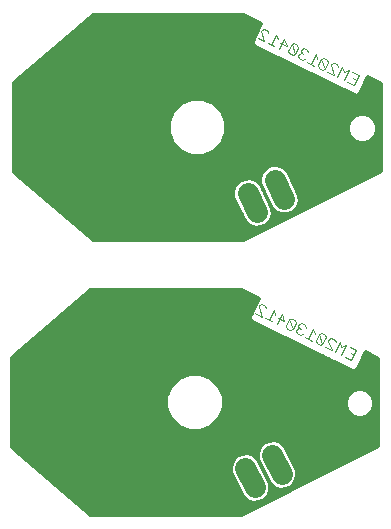
<source format=gbl>
G75*
G70*
%OFA0B0*%
%FSLAX24Y24*%
%IPPOS*%
%LPD*%
%AMOC8*
5,1,8,0,0,1.08239X$1,22.5*
%
%ADD10C,0.0030*%
%ADD11C,0.0298*%
%ADD12C,0.0338*%
%ADD13C,0.0709*%
%ADD14C,0.0100*%
%ADD15C,0.0396*%
D10*
X009786Y008476D02*
X010008Y008368D01*
X009894Y008698D01*
X009921Y008754D01*
X010004Y008782D01*
X010115Y008728D01*
X010143Y008646D01*
X010390Y008594D02*
X010228Y008261D01*
X010339Y008207D02*
X010117Y008315D01*
X010447Y008429D02*
X010390Y008594D01*
X010529Y008320D02*
X010751Y008212D01*
X010666Y008459D01*
X010504Y008126D01*
X010806Y008047D02*
X010835Y007965D01*
X010946Y007911D01*
X011028Y007939D01*
X010914Y008269D01*
X010806Y008047D01*
X010914Y008269D02*
X010997Y008298D01*
X011108Y008244D01*
X011136Y008161D01*
X011028Y007939D01*
X011137Y007886D02*
X011166Y007803D01*
X011277Y007749D01*
X011359Y007778D01*
X011441Y007669D02*
X011663Y007561D01*
X011552Y007615D02*
X011715Y007948D01*
X011771Y007783D01*
X011908Y007785D02*
X011799Y007563D01*
X011828Y007481D01*
X011939Y007426D01*
X012021Y007455D01*
X011908Y007785D01*
X011990Y007813D01*
X012101Y007759D01*
X012129Y007677D01*
X012021Y007455D01*
X012103Y007346D02*
X012325Y007238D01*
X012212Y007568D01*
X012239Y007624D01*
X012321Y007652D01*
X012432Y007598D01*
X012460Y007515D01*
X012597Y007518D02*
X012434Y007185D01*
X012656Y007076D02*
X012819Y007409D01*
X012654Y007352D01*
X012597Y007518D01*
X012928Y007356D02*
X013150Y007248D01*
X012987Y006915D01*
X012765Y007023D01*
X012957Y007136D02*
X013068Y007081D01*
X011467Y008000D02*
X011439Y008082D01*
X011328Y008136D01*
X011245Y008108D01*
X011218Y008052D01*
X011247Y007970D01*
X011164Y007941D01*
X011137Y007886D01*
X011247Y007970D02*
X011302Y007943D01*
X013066Y016088D02*
X012844Y016196D01*
X012735Y016250D02*
X012897Y016583D01*
X012732Y016526D01*
X012675Y016691D01*
X012513Y016358D01*
X012404Y016411D02*
X012290Y016741D01*
X012317Y016797D01*
X012400Y016825D01*
X012511Y016771D01*
X012539Y016689D01*
X012404Y016411D02*
X012182Y016519D01*
X012100Y016628D02*
X011986Y016958D01*
X011878Y016736D01*
X011906Y016654D01*
X012017Y016600D01*
X012100Y016628D01*
X012208Y016850D01*
X012180Y016933D01*
X012069Y016987D01*
X011986Y016958D01*
X011850Y016956D02*
X011793Y017121D01*
X011631Y016788D01*
X011742Y016734D02*
X011520Y016842D01*
X011438Y016951D02*
X011355Y016923D01*
X011244Y016977D01*
X011216Y017059D01*
X011243Y017115D01*
X011326Y017143D01*
X011381Y017116D01*
X011326Y017143D02*
X011297Y017226D01*
X011324Y017281D01*
X011407Y017310D01*
X011518Y017255D01*
X011546Y017173D01*
X011215Y017334D02*
X011107Y017112D01*
X010993Y017443D01*
X010885Y017221D01*
X010913Y017138D01*
X011024Y017084D01*
X011107Y017112D01*
X011215Y017334D02*
X011187Y017417D01*
X011076Y017471D01*
X010993Y017443D01*
X010830Y017385D02*
X010608Y017493D01*
X010526Y017602D02*
X010469Y017767D01*
X010307Y017434D01*
X010418Y017380D02*
X010196Y017488D01*
X010087Y017541D02*
X009973Y017871D01*
X010000Y017927D01*
X010083Y017955D01*
X010194Y017901D01*
X010222Y017819D01*
X010087Y017541D02*
X009865Y017650D01*
X010582Y017300D02*
X010745Y017632D01*
X010830Y017385D01*
X013006Y016529D02*
X013228Y016421D01*
X013066Y016088D01*
X013147Y016255D02*
X013036Y016309D01*
D11*
X011404Y014694D03*
X006266Y012698D03*
X003482Y014686D03*
X006258Y016682D03*
X006179Y007509D03*
X003404Y005513D03*
X006187Y003525D03*
X011325Y005521D03*
D12*
X010829Y005521D03*
X006187Y004021D03*
X003900Y005513D03*
X006179Y007013D03*
X006266Y013194D03*
X003978Y014686D03*
X006258Y016186D03*
X010908Y014694D03*
D13*
X010431Y012928D02*
X010741Y012291D01*
X009843Y011853D02*
X009532Y012490D01*
X010352Y003755D02*
X010663Y003118D01*
X009764Y002679D02*
X009453Y003316D01*
D14*
X009099Y002938D02*
X002899Y002938D01*
X002784Y003037D02*
X009051Y003037D01*
X009003Y003135D02*
X002669Y003135D01*
X002554Y003234D02*
X008973Y003234D01*
X008976Y003191D02*
X008964Y003383D01*
X009027Y003565D01*
X009154Y003709D01*
X009328Y003794D01*
X009520Y003806D01*
X009702Y003743D01*
X009846Y003615D01*
X010241Y002805D01*
X010253Y002613D01*
X010190Y002431D01*
X010063Y002286D01*
X009890Y002202D01*
X009697Y002190D01*
X009515Y002253D01*
X009371Y002380D01*
X008976Y003191D01*
X008967Y003332D02*
X002440Y003332D01*
X002325Y003431D02*
X008980Y003431D01*
X009014Y003529D02*
X002210Y003529D01*
X002095Y003628D02*
X009082Y003628D01*
X009188Y003726D02*
X001980Y003726D01*
X001865Y003825D02*
X009864Y003825D01*
X009863Y003821D02*
X009874Y003629D01*
X010270Y002819D01*
X010414Y002691D01*
X010596Y002628D01*
X010788Y002640D01*
X010962Y002725D01*
X011089Y002869D01*
X011152Y003051D01*
X011140Y003243D01*
X010745Y004054D01*
X010601Y004181D01*
X010419Y004244D01*
X010226Y004232D01*
X010053Y004148D01*
X009925Y004003D01*
X009863Y003821D01*
X009869Y003726D02*
X009721Y003726D01*
X009832Y003628D02*
X009875Y003628D01*
X009888Y003529D02*
X009923Y003529D01*
X009936Y003431D02*
X009971Y003431D01*
X009984Y003332D02*
X010019Y003332D01*
X010032Y003234D02*
X010067Y003234D01*
X010081Y003135D02*
X010115Y003135D01*
X010129Y003037D02*
X010163Y003037D01*
X010177Y002938D02*
X010211Y002938D01*
X010225Y002840D02*
X010260Y002840D01*
X010245Y002741D02*
X010358Y002741D01*
X010251Y002643D02*
X010555Y002643D01*
X010672Y002446D02*
X010196Y002446D01*
X010230Y002544D02*
X010869Y002544D01*
X010793Y002643D02*
X011066Y002643D01*
X010976Y002741D02*
X011263Y002741D01*
X011460Y002840D02*
X011063Y002840D01*
X011113Y002938D02*
X011657Y002938D01*
X011854Y003037D02*
X011147Y003037D01*
X011147Y003135D02*
X012051Y003135D01*
X012248Y003234D02*
X011141Y003234D01*
X011097Y003332D02*
X012445Y003332D01*
X012642Y003431D02*
X011049Y003431D01*
X011001Y003529D02*
X012839Y003529D01*
X013036Y003628D02*
X010953Y003628D01*
X010905Y003726D02*
X013233Y003726D01*
X013430Y003825D02*
X010857Y003825D01*
X010809Y003923D02*
X013627Y003923D01*
X013824Y004022D02*
X010761Y004022D01*
X010670Y004120D02*
X013882Y004120D01*
X013882Y004050D02*
X009291Y001755D01*
X004279Y001755D01*
X001634Y004023D01*
X001634Y007011D01*
X004279Y009279D01*
X009291Y009279D01*
X009909Y008970D01*
X009622Y008382D01*
X009617Y008366D01*
X009613Y008349D01*
X009612Y008332D01*
X009614Y008315D01*
X009617Y008298D01*
X009623Y008282D01*
X009630Y008267D01*
X009640Y008253D01*
X009651Y008240D01*
X009664Y008229D01*
X009678Y008219D01*
X013006Y006596D01*
X013022Y006591D01*
X013039Y006587D01*
X013056Y006586D01*
X013073Y006588D01*
X013090Y006591D01*
X013106Y006597D01*
X013121Y006604D01*
X013135Y006614D01*
X013148Y006625D01*
X013159Y006638D01*
X013169Y006652D01*
X013439Y007205D01*
X013882Y006984D01*
X013882Y004050D01*
X013882Y004219D02*
X010493Y004219D01*
X010198Y004219D02*
X001634Y004219D01*
X001634Y004317D02*
X013882Y004317D01*
X013882Y004416D02*
X001634Y004416D01*
X001634Y004514D02*
X013882Y004514D01*
X013882Y004613D02*
X008024Y004613D01*
X007944Y004580D02*
X008289Y004722D01*
X008553Y004986D01*
X008695Y005331D01*
X008695Y005703D01*
X008553Y006048D01*
X008289Y006312D01*
X007944Y006454D01*
X007571Y006454D01*
X007227Y006312D01*
X006963Y006048D01*
X006821Y005703D01*
X006821Y005331D01*
X006963Y004986D01*
X007227Y004722D01*
X007571Y004580D01*
X007944Y004580D01*
X008262Y004711D02*
X013882Y004711D01*
X013882Y004810D02*
X008376Y004810D01*
X008475Y004908D02*
X013882Y004908D01*
X013882Y005007D02*
X008561Y005007D01*
X008602Y005105D02*
X012980Y005105D01*
X012997Y005088D02*
X013167Y005018D01*
X013351Y005018D01*
X013521Y005088D01*
X013651Y005218D01*
X013721Y005388D01*
X013721Y005572D01*
X013651Y005742D01*
X013521Y005872D01*
X013351Y005942D01*
X013167Y005942D01*
X012997Y005872D01*
X012867Y005742D01*
X012796Y005572D01*
X012796Y005388D01*
X012867Y005218D01*
X012997Y005088D01*
X012881Y005204D02*
X008643Y005204D01*
X008684Y005302D02*
X012832Y005302D01*
X012796Y005401D02*
X008695Y005401D01*
X008695Y005499D02*
X012796Y005499D01*
X012807Y005598D02*
X008695Y005598D01*
X008695Y005696D02*
X012848Y005696D01*
X012919Y005795D02*
X008658Y005795D01*
X008617Y005893D02*
X013047Y005893D01*
X013470Y005893D02*
X013882Y005893D01*
X013882Y005795D02*
X013598Y005795D01*
X013670Y005696D02*
X013882Y005696D01*
X013882Y005598D02*
X013711Y005598D01*
X013721Y005499D02*
X013882Y005499D01*
X013882Y005401D02*
X013721Y005401D01*
X013686Y005302D02*
X013882Y005302D01*
X013882Y005204D02*
X013636Y005204D01*
X013538Y005105D02*
X013882Y005105D01*
X013882Y005992D02*
X008576Y005992D01*
X008511Y006090D02*
X013882Y006090D01*
X013882Y006189D02*
X008412Y006189D01*
X008314Y006287D02*
X013882Y006287D01*
X013882Y006386D02*
X008111Y006386D01*
X007405Y006386D02*
X001634Y006386D01*
X001634Y006484D02*
X013882Y006484D01*
X013882Y006583D02*
X001634Y006583D01*
X001634Y006681D02*
X012832Y006681D01*
X012630Y006780D02*
X001634Y006780D01*
X001634Y006878D02*
X012428Y006878D01*
X012226Y006977D02*
X001634Y006977D01*
X001708Y007075D02*
X012024Y007075D01*
X011822Y007174D02*
X001823Y007174D01*
X001938Y007272D02*
X011620Y007272D01*
X011418Y007371D02*
X002053Y007371D01*
X002168Y007469D02*
X011216Y007469D01*
X011015Y007568D02*
X002283Y007568D01*
X002398Y007666D02*
X010813Y007666D01*
X010611Y007765D02*
X002512Y007765D01*
X002627Y007863D02*
X010409Y007863D01*
X010207Y007962D02*
X002742Y007962D01*
X002857Y008060D02*
X010005Y008060D01*
X009803Y008159D02*
X002972Y008159D01*
X003087Y008257D02*
X009637Y008257D01*
X009615Y008356D02*
X003202Y008356D01*
X003317Y008454D02*
X009657Y008454D01*
X009705Y008553D02*
X003432Y008553D01*
X003547Y008651D02*
X009753Y008651D01*
X009801Y008750D02*
X003662Y008750D01*
X003777Y008848D02*
X009850Y008848D01*
X009898Y008947D02*
X003891Y008947D01*
X004006Y009045D02*
X009759Y009045D01*
X009562Y009144D02*
X004121Y009144D01*
X004236Y009242D02*
X009365Y009242D01*
X009370Y010928D02*
X004358Y010928D01*
X001712Y013196D01*
X001712Y016185D01*
X004358Y018452D01*
X009370Y018452D01*
X009988Y018143D01*
X009701Y017555D01*
X009695Y017539D01*
X009692Y017522D01*
X009691Y017505D01*
X009692Y017488D01*
X009696Y017471D01*
X009701Y017455D01*
X009709Y017440D01*
X009718Y017426D01*
X009730Y017413D01*
X009743Y017402D01*
X009757Y017393D01*
X013085Y015769D01*
X013101Y015764D01*
X013118Y015761D01*
X013135Y015760D01*
X013152Y015761D01*
X013169Y015764D01*
X013185Y015770D01*
X013200Y015777D01*
X013214Y015787D01*
X013227Y015798D01*
X013238Y015811D01*
X013247Y015825D01*
X013517Y016379D01*
X013961Y016157D01*
X013961Y013224D01*
X009370Y010928D01*
X009544Y011015D02*
X004257Y011015D01*
X004142Y011114D02*
X009741Y011114D01*
X009938Y011212D02*
X004027Y011212D01*
X003912Y011311D02*
X010135Y011311D01*
X010038Y011409D02*
X010332Y011409D01*
X010184Y011508D02*
X010529Y011508D01*
X010726Y011606D02*
X010270Y011606D01*
X010269Y011604D02*
X010332Y011786D01*
X010320Y011978D01*
X009925Y012788D01*
X009960Y012788D01*
X009953Y012802D02*
X009941Y012994D01*
X010004Y013177D01*
X010132Y013321D01*
X010305Y013405D01*
X010497Y013417D01*
X010680Y013354D01*
X010824Y013227D01*
X011219Y012417D01*
X011231Y012224D01*
X011168Y012042D01*
X011040Y011898D01*
X010867Y011813D01*
X010675Y011802D01*
X010493Y011864D01*
X010348Y011992D01*
X009953Y012802D01*
X009925Y012788D02*
X009781Y012916D01*
X009599Y012979D01*
X009406Y012967D01*
X009233Y012883D01*
X009105Y012738D01*
X009043Y012556D01*
X009054Y012364D01*
X009450Y011554D01*
X009594Y011426D01*
X009776Y011363D01*
X009968Y011375D01*
X010142Y011459D01*
X010269Y011604D01*
X010304Y011705D02*
X010923Y011705D01*
X011120Y011803D02*
X010697Y011803D01*
X010671Y011803D02*
X010331Y011803D01*
X010325Y011902D02*
X010451Y011902D01*
X010344Y012000D02*
X010310Y012000D01*
X010296Y012099D02*
X010262Y012099D01*
X010248Y012197D02*
X010213Y012197D01*
X010200Y012296D02*
X010165Y012296D01*
X010152Y012394D02*
X010117Y012394D01*
X010104Y012493D02*
X010069Y012493D01*
X010056Y012591D02*
X010021Y012591D01*
X010008Y012690D02*
X009973Y012690D01*
X009948Y012887D02*
X009814Y012887D01*
X009942Y012985D02*
X001959Y012985D01*
X002073Y012887D02*
X009241Y012887D01*
X009149Y012788D02*
X002188Y012788D01*
X002303Y012690D02*
X009089Y012690D01*
X009055Y012591D02*
X002418Y012591D01*
X002533Y012493D02*
X009047Y012493D01*
X009053Y012394D02*
X002648Y012394D01*
X002763Y012296D02*
X009088Y012296D01*
X009136Y012197D02*
X002878Y012197D01*
X002993Y012099D02*
X009184Y012099D01*
X009232Y012000D02*
X003108Y012000D01*
X003223Y011902D02*
X009280Y011902D01*
X009328Y011803D02*
X003338Y011803D01*
X003452Y011705D02*
X009376Y011705D01*
X009424Y011606D02*
X003567Y011606D01*
X003682Y011508D02*
X009502Y011508D01*
X009643Y011409D02*
X003797Y011409D01*
X001844Y013084D02*
X009972Y013084D01*
X010009Y013182D02*
X001729Y013182D01*
X001712Y013281D02*
X010096Y013281D01*
X010251Y013379D02*
X001712Y013379D01*
X001712Y013478D02*
X013961Y013478D01*
X013961Y013576D02*
X001712Y013576D01*
X001712Y013675D02*
X013961Y013675D01*
X013961Y013773D02*
X008072Y013773D01*
X008023Y013753D02*
X008368Y013896D01*
X008631Y014159D01*
X008774Y014504D01*
X008774Y014877D01*
X008631Y015221D01*
X008368Y015485D01*
X008023Y015628D01*
X007650Y015628D01*
X007306Y015485D01*
X007042Y015221D01*
X006899Y014877D01*
X006899Y014504D01*
X007042Y014159D01*
X007306Y013896D01*
X007650Y013753D01*
X008023Y013753D01*
X008310Y013872D02*
X013961Y013872D01*
X013961Y013970D02*
X008442Y013970D01*
X008541Y014069D02*
X013961Y014069D01*
X013961Y014167D02*
X008635Y014167D01*
X008675Y014266D02*
X013071Y014266D01*
X013075Y014261D02*
X013245Y014191D01*
X013429Y014191D01*
X013599Y014261D01*
X013730Y014391D01*
X013800Y014561D01*
X013961Y014561D01*
X013961Y014463D02*
X013759Y014463D01*
X013800Y014561D02*
X013800Y014745D01*
X013730Y014915D01*
X013599Y015045D01*
X013429Y015116D01*
X013245Y015116D01*
X013075Y015045D01*
X012945Y014915D01*
X012875Y014745D01*
X012875Y014561D01*
X008774Y014561D01*
X008774Y014660D02*
X012875Y014660D01*
X012880Y014758D02*
X008774Y014758D01*
X008774Y014857D02*
X012921Y014857D01*
X012985Y014955D02*
X008742Y014955D01*
X008701Y015054D02*
X013095Y015054D01*
X013580Y015054D02*
X013961Y015054D01*
X013961Y015152D02*
X008660Y015152D01*
X008602Y015251D02*
X013961Y015251D01*
X013961Y015349D02*
X008504Y015349D01*
X008405Y015448D02*
X013961Y015448D01*
X013961Y015546D02*
X008220Y015546D01*
X007453Y015546D02*
X001712Y015546D01*
X001712Y015448D02*
X007268Y015448D01*
X007170Y015349D02*
X001712Y015349D01*
X001712Y015251D02*
X007071Y015251D01*
X007013Y015152D02*
X001712Y015152D01*
X001712Y015054D02*
X006973Y015054D01*
X006932Y014955D02*
X001712Y014955D01*
X001712Y014857D02*
X006899Y014857D01*
X006899Y014758D02*
X001712Y014758D01*
X001712Y014660D02*
X006899Y014660D01*
X006899Y014561D02*
X001712Y014561D01*
X001712Y014463D02*
X006916Y014463D01*
X006957Y014364D02*
X001712Y014364D01*
X001712Y014266D02*
X006998Y014266D01*
X007039Y014167D02*
X001712Y014167D01*
X001712Y014069D02*
X007133Y014069D01*
X007231Y013970D02*
X001712Y013970D01*
X001712Y013872D02*
X007364Y013872D01*
X007601Y013773D02*
X001712Y013773D01*
X001712Y015645D02*
X013961Y015645D01*
X013961Y015743D02*
X001712Y015743D01*
X001712Y015842D02*
X012937Y015842D01*
X012735Y015940D02*
X001712Y015940D01*
X001712Y016039D02*
X012533Y016039D01*
X012331Y016137D02*
X001712Y016137D01*
X001772Y016236D02*
X012129Y016236D01*
X011927Y016334D02*
X001887Y016334D01*
X002002Y016433D02*
X011725Y016433D01*
X011523Y016531D02*
X002117Y016531D01*
X002232Y016630D02*
X011321Y016630D01*
X011119Y016728D02*
X002347Y016728D01*
X002461Y016827D02*
X010917Y016827D01*
X010715Y016925D02*
X002576Y016925D01*
X002691Y017024D02*
X010513Y017024D01*
X010311Y017122D02*
X002806Y017122D01*
X002921Y017221D02*
X010110Y017221D01*
X009908Y017319D02*
X003036Y017319D01*
X003151Y017418D02*
X009726Y017418D01*
X009692Y017516D02*
X003266Y017516D01*
X003381Y017615D02*
X009730Y017615D01*
X009778Y017713D02*
X003496Y017713D01*
X003611Y017812D02*
X009826Y017812D01*
X009874Y017910D02*
X003726Y017910D01*
X003840Y018009D02*
X009922Y018009D01*
X009970Y018107D02*
X003955Y018107D01*
X004070Y018206D02*
X009864Y018206D01*
X009667Y018304D02*
X004185Y018304D01*
X004300Y018403D02*
X009470Y018403D01*
X008757Y014463D02*
X012916Y014463D01*
X012945Y014391D02*
X012875Y014561D01*
X012945Y014391D02*
X013075Y014261D01*
X012973Y014364D02*
X008716Y014364D01*
X010608Y013379D02*
X013961Y013379D01*
X013961Y013281D02*
X010763Y013281D01*
X010846Y013182D02*
X013878Y013182D01*
X013681Y013084D02*
X010894Y013084D01*
X010942Y012985D02*
X013484Y012985D01*
X013287Y012887D02*
X010990Y012887D01*
X011038Y012788D02*
X013090Y012788D01*
X012893Y012690D02*
X011086Y012690D01*
X011134Y012591D02*
X012696Y012591D01*
X012499Y012493D02*
X011182Y012493D01*
X011220Y012394D02*
X012302Y012394D01*
X012105Y012296D02*
X011226Y012296D01*
X011221Y012197D02*
X011908Y012197D01*
X011711Y012099D02*
X011187Y012099D01*
X011131Y012000D02*
X011514Y012000D01*
X011317Y011902D02*
X011044Y011902D01*
X013604Y014266D02*
X013961Y014266D01*
X013961Y014364D02*
X013702Y014364D01*
X013800Y014660D02*
X013961Y014660D01*
X013961Y014758D02*
X013795Y014758D01*
X013754Y014857D02*
X013961Y014857D01*
X013961Y014955D02*
X013690Y014955D01*
X013961Y015842D02*
X013255Y015842D01*
X013303Y015940D02*
X013961Y015940D01*
X013961Y016039D02*
X013351Y016039D01*
X013399Y016137D02*
X013961Y016137D01*
X013804Y016236D02*
X013448Y016236D01*
X013496Y016334D02*
X013607Y016334D01*
X013502Y007174D02*
X013423Y007174D01*
X013375Y007075D02*
X013699Y007075D01*
X013882Y006977D02*
X013327Y006977D01*
X013279Y006878D02*
X013882Y006878D01*
X013882Y006780D02*
X013231Y006780D01*
X013183Y006681D02*
X013882Y006681D01*
X010029Y004120D02*
X001634Y004120D01*
X001635Y004022D02*
X009941Y004022D01*
X009898Y003923D02*
X001750Y003923D01*
X001634Y004613D02*
X007492Y004613D01*
X007254Y004711D02*
X001634Y004711D01*
X001634Y004810D02*
X007140Y004810D01*
X007041Y004908D02*
X001634Y004908D01*
X001634Y005007D02*
X006955Y005007D01*
X006914Y005105D02*
X001634Y005105D01*
X001634Y005204D02*
X006873Y005204D01*
X006832Y005302D02*
X001634Y005302D01*
X001634Y005401D02*
X006821Y005401D01*
X006821Y005499D02*
X001634Y005499D01*
X001634Y005598D02*
X006821Y005598D01*
X006821Y005696D02*
X001634Y005696D01*
X001634Y005795D02*
X006858Y005795D01*
X006899Y005893D02*
X001634Y005893D01*
X001634Y005992D02*
X006940Y005992D01*
X007005Y006090D02*
X001634Y006090D01*
X001634Y006189D02*
X007104Y006189D01*
X007202Y006287D02*
X001634Y006287D01*
X003014Y002840D02*
X009147Y002840D01*
X009195Y002741D02*
X003129Y002741D01*
X003244Y002643D02*
X009243Y002643D01*
X009291Y002544D02*
X003359Y002544D01*
X003474Y002446D02*
X009339Y002446D01*
X009409Y002347D02*
X003589Y002347D01*
X003704Y002249D02*
X009528Y002249D01*
X009687Y001953D02*
X004048Y001953D01*
X003933Y002052D02*
X009884Y002052D01*
X010081Y002150D02*
X003819Y002150D01*
X004163Y001855D02*
X009490Y001855D01*
X009293Y001756D02*
X004278Y001756D01*
X009985Y002249D02*
X010278Y002249D01*
X010117Y002347D02*
X010475Y002347D01*
D15*
X008759Y003980D03*
X009527Y005480D03*
X008859Y007080D03*
X005859Y005480D03*
X004459Y003980D03*
X004359Y006980D03*
X004537Y013153D03*
X005937Y014653D03*
X004437Y016153D03*
X008937Y016253D03*
X009606Y014653D03*
X008837Y013153D03*
M02*

</source>
